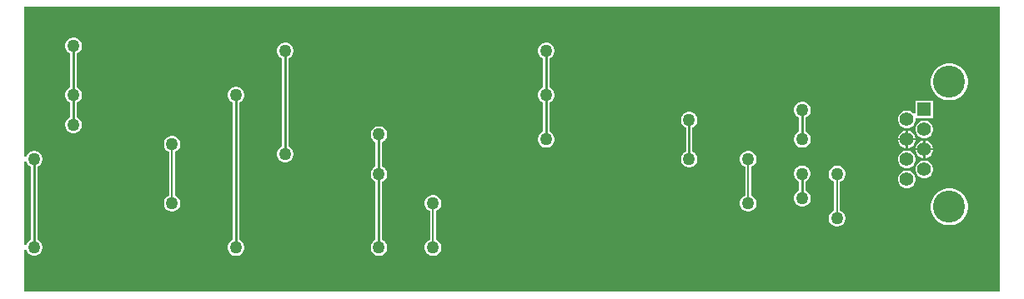
<source format=gbl>
G04*
G04 #@! TF.GenerationSoftware,Altium Limited,Altium Designer,25.2.1 (25)*
G04*
G04 Layer_Physical_Order=2*
G04 Layer_Color=16711680*
%FSLAX45Y45*%
%MOMM*%
G71*
G04*
G04 #@! TF.SameCoordinates,8265950A-D21A-4FE0-9DEA-03CE8DDB5557*
G04*
G04*
G04 #@! TF.FilePolarity,Positive*
G04*
G01*
G75*
%ADD14C,0.25400*%
%ADD23C,3.25000*%
%ADD24R,1.39000X1.39000*%
%ADD25C,1.39000*%
%ADD27C,0.20320*%
%ADD28C,1.27000*%
G36*
X71892Y1367647D02*
X82927Y1348533D01*
X98533Y1332927D01*
X116333Y1322651D01*
Y579200D01*
X99539Y569504D01*
X83933Y553898D01*
X72897Y534784D01*
X70320Y525165D01*
X50000Y527840D01*
Y1370839D01*
X70320Y1373514D01*
X71892Y1367647D01*
D02*
G37*
G36*
X9950000Y50000D02*
X50000D01*
Y477022D01*
X70320Y479697D01*
X72897Y470078D01*
X83933Y450964D01*
X99539Y435358D01*
X118652Y424323D01*
X139970Y418611D01*
X162040D01*
X183359Y424323D01*
X202472Y435358D01*
X218078Y450964D01*
X229113Y470078D01*
X234825Y491396D01*
Y513466D01*
X229113Y534784D01*
X218078Y553898D01*
X202472Y569504D01*
X183667Y580361D01*
Y1322651D01*
X201467Y1332927D01*
X217073Y1348533D01*
X228108Y1367647D01*
X233820Y1388965D01*
Y1411035D01*
X228108Y1432353D01*
X217073Y1451467D01*
X201467Y1467073D01*
X182353Y1478108D01*
X161035Y1483820D01*
X138965D01*
X117647Y1478108D01*
X98533Y1467073D01*
X82927Y1451467D01*
X71892Y1432353D01*
X70320Y1426486D01*
X50000Y1429161D01*
Y2950000D01*
X9950000D01*
Y50000D01*
D02*
G37*
%LPC*%
G36*
X9459806Y2372900D02*
X9422793D01*
X9386492Y2365679D01*
X9352296Y2351515D01*
X9321521Y2330951D01*
X9295348Y2304779D01*
X9274785Y2274004D01*
X9260621Y2239808D01*
X9253400Y2203506D01*
Y2166494D01*
X9260621Y2130192D01*
X9274785Y2095996D01*
X9295348Y2065221D01*
X9321521Y2039049D01*
X9352296Y2018485D01*
X9386492Y2004321D01*
X9422793Y1997100D01*
X9459806D01*
X9496108Y2004321D01*
X9530304Y2018485D01*
X9561079Y2039049D01*
X9587251Y2065221D01*
X9607815Y2095996D01*
X9621979Y2130192D01*
X9629200Y2166494D01*
Y2203506D01*
X9621979Y2239808D01*
X9607815Y2274004D01*
X9587251Y2304779D01*
X9561079Y2330951D01*
X9530304Y2351515D01*
X9496108Y2365679D01*
X9459806Y2372900D01*
D02*
G37*
G36*
X9277120Y1995420D02*
X9097480D01*
Y1870455D01*
X9094711Y1868512D01*
X9077160Y1863365D01*
X9064651Y1875874D01*
X9044169Y1887699D01*
X9021325Y1893820D01*
X8997675D01*
X8974831Y1887699D01*
X8954349Y1875874D01*
X8937626Y1859151D01*
X8925801Y1838669D01*
X8919680Y1815825D01*
Y1792175D01*
X8925801Y1769331D01*
X8937626Y1748849D01*
X8954349Y1732126D01*
X8974831Y1720301D01*
X8997675Y1714180D01*
X9021325D01*
X9044169Y1720301D01*
X9064651Y1732126D01*
X9081374Y1748849D01*
X9093199Y1769331D01*
X9099320Y1792175D01*
X9099320Y1815780D01*
X9115505Y1815780D01*
X9277120D01*
Y1995420D01*
D02*
G37*
G36*
X561035Y2633820D02*
X538965D01*
X517647Y2628108D01*
X498533Y2617073D01*
X482927Y2601467D01*
X471892Y2582353D01*
X466180Y2561035D01*
Y2538965D01*
X471892Y2517647D01*
X482927Y2498533D01*
X498533Y2482927D01*
X516333Y2472651D01*
Y2127349D01*
X498533Y2117073D01*
X482927Y2101467D01*
X471892Y2082353D01*
X466180Y2061035D01*
Y2038965D01*
X471892Y2017647D01*
X482927Y1998533D01*
X498533Y1982927D01*
X516333Y1972651D01*
Y1827349D01*
X498533Y1817073D01*
X482927Y1801467D01*
X471892Y1782353D01*
X466180Y1761035D01*
Y1738965D01*
X471892Y1717647D01*
X482927Y1698533D01*
X498533Y1682927D01*
X517647Y1671892D01*
X538965Y1666180D01*
X561035D01*
X582353Y1671892D01*
X601467Y1682927D01*
X617073Y1698533D01*
X628108Y1717647D01*
X633820Y1738965D01*
Y1761035D01*
X628108Y1782353D01*
X617073Y1801467D01*
X601467Y1817073D01*
X583667Y1827349D01*
Y1972651D01*
X601467Y1982927D01*
X617073Y1998533D01*
X628108Y2017647D01*
X633820Y2038965D01*
Y2061035D01*
X628108Y2082353D01*
X617073Y2101467D01*
X601467Y2117073D01*
X583667Y2127349D01*
Y2472651D01*
X601467Y2482927D01*
X617073Y2498533D01*
X628108Y2517647D01*
X633820Y2538965D01*
Y2561035D01*
X628108Y2582353D01*
X617073Y2601467D01*
X601467Y2617073D01*
X582353Y2628108D01*
X561035Y2633820D01*
D02*
G37*
G36*
X9199125Y1792220D02*
X9175475D01*
X9152631Y1786099D01*
X9132149Y1774274D01*
X9115426Y1757551D01*
X9103601Y1737069D01*
X9097480Y1714225D01*
Y1690575D01*
X9103601Y1667731D01*
X9115426Y1647249D01*
X9132149Y1630526D01*
X9152631Y1618701D01*
X9175475Y1612580D01*
X9199125D01*
X9221969Y1618701D01*
X9242451Y1630526D01*
X9259174Y1647249D01*
X9270999Y1667731D01*
X9277120Y1690575D01*
Y1714225D01*
X9270999Y1737069D01*
X9259174Y1757551D01*
X9242451Y1774274D01*
X9221969Y1786099D01*
X9199125Y1792220D01*
D02*
G37*
G36*
X9021325Y1690620D02*
X9019660D01*
Y1610960D01*
X9099320D01*
Y1612625D01*
X9093199Y1635469D01*
X9081374Y1655951D01*
X9064651Y1672674D01*
X9044169Y1684499D01*
X9021325Y1690620D01*
D02*
G37*
G36*
X8999340D02*
X8997675D01*
X8974831Y1684499D01*
X8954349Y1672674D01*
X8937626Y1655951D01*
X8925801Y1635469D01*
X8919680Y1612625D01*
Y1610960D01*
X8999340D01*
Y1690620D01*
D02*
G37*
G36*
X7961035Y1983820D02*
X7938965D01*
X7917647Y1978108D01*
X7898533Y1967073D01*
X7882927Y1951467D01*
X7871892Y1932353D01*
X7866180Y1911035D01*
Y1888965D01*
X7871892Y1867647D01*
X7882927Y1848533D01*
X7898533Y1832927D01*
X7916333Y1822651D01*
Y1677349D01*
X7898533Y1667073D01*
X7882927Y1651467D01*
X7871892Y1632353D01*
X7866180Y1611035D01*
Y1588965D01*
X7871892Y1567647D01*
X7882927Y1548533D01*
X7898533Y1532927D01*
X7917647Y1521892D01*
X7938965Y1516180D01*
X7961035D01*
X7982353Y1521892D01*
X8001467Y1532927D01*
X8017073Y1548533D01*
X8028108Y1567647D01*
X8033820Y1588965D01*
Y1611035D01*
X8028108Y1632353D01*
X8017073Y1651467D01*
X8001467Y1667073D01*
X7983667Y1677349D01*
Y1822651D01*
X8001467Y1832927D01*
X8017073Y1848533D01*
X8028108Y1867647D01*
X8033820Y1888965D01*
Y1911035D01*
X8028108Y1932353D01*
X8017073Y1951467D01*
X8001467Y1967073D01*
X7982353Y1978108D01*
X7961035Y1983820D01*
D02*
G37*
G36*
X5361035Y2583820D02*
X5338965D01*
X5317647Y2578108D01*
X5298533Y2567073D01*
X5282927Y2551467D01*
X5271892Y2532353D01*
X5266180Y2511035D01*
Y2488965D01*
X5271892Y2467647D01*
X5282927Y2448533D01*
X5298533Y2432927D01*
X5316333Y2422651D01*
Y2127349D01*
X5298533Y2117073D01*
X5282927Y2101467D01*
X5271892Y2082353D01*
X5266180Y2061035D01*
Y2038965D01*
X5271892Y2017647D01*
X5282927Y1998533D01*
X5298533Y1982927D01*
X5316333Y1972651D01*
Y1677349D01*
X5298533Y1667073D01*
X5282927Y1651467D01*
X5271892Y1632353D01*
X5266180Y1611035D01*
Y1588965D01*
X5271892Y1567647D01*
X5282927Y1548533D01*
X5298533Y1532927D01*
X5317647Y1521892D01*
X5338965Y1516180D01*
X5361035D01*
X5382353Y1521892D01*
X5401467Y1532927D01*
X5417073Y1548533D01*
X5428108Y1567647D01*
X5433820Y1588965D01*
Y1611035D01*
X5428108Y1632353D01*
X5417073Y1651467D01*
X5401467Y1667073D01*
X5383667Y1677349D01*
Y1972651D01*
X5401467Y1982927D01*
X5417073Y1998533D01*
X5428108Y2017647D01*
X5433820Y2038965D01*
Y2061035D01*
X5428108Y2082353D01*
X5417073Y2101467D01*
X5401467Y2117073D01*
X5383667Y2127349D01*
Y2422651D01*
X5401467Y2432927D01*
X5417073Y2448533D01*
X5428108Y2467647D01*
X5433820Y2488965D01*
Y2511035D01*
X5428108Y2532353D01*
X5417073Y2551467D01*
X5401467Y2567073D01*
X5382353Y2578108D01*
X5361035Y2583820D01*
D02*
G37*
G36*
X9099320Y1590640D02*
X9019660D01*
Y1510980D01*
X9021325D01*
X9044169Y1517101D01*
X9064651Y1528926D01*
X9081374Y1545649D01*
X9093199Y1566131D01*
X9099320Y1588975D01*
Y1590640D01*
D02*
G37*
G36*
X8999340D02*
X8919680D01*
Y1588975D01*
X8925801Y1566131D01*
X8937626Y1545649D01*
X8954349Y1528926D01*
X8974831Y1517101D01*
X8997675Y1510980D01*
X8999340D01*
Y1590640D01*
D02*
G37*
G36*
X9199125Y1589020D02*
X9197460D01*
Y1509360D01*
X9277120D01*
Y1511025D01*
X9270999Y1533869D01*
X9259174Y1554351D01*
X9242451Y1571074D01*
X9221969Y1582899D01*
X9199125Y1589020D01*
D02*
G37*
G36*
X9177140D02*
X9175475D01*
X9152631Y1582899D01*
X9132149Y1571074D01*
X9115426Y1554351D01*
X9103601Y1533869D01*
X9097480Y1511025D01*
Y1509360D01*
X9177140D01*
Y1589020D01*
D02*
G37*
G36*
X9277120Y1489040D02*
X9197460D01*
Y1409380D01*
X9199125D01*
X9221969Y1415501D01*
X9242451Y1427326D01*
X9259174Y1444049D01*
X9270999Y1464531D01*
X9277120Y1487375D01*
Y1489040D01*
D02*
G37*
G36*
X9177140D02*
X9097480D01*
Y1487375D01*
X9103601Y1464531D01*
X9115426Y1444049D01*
X9132149Y1427326D01*
X9152631Y1415501D01*
X9175475Y1409380D01*
X9177140D01*
Y1489040D01*
D02*
G37*
G36*
X2711035Y2583820D02*
X2688965D01*
X2667647Y2578108D01*
X2648533Y2567073D01*
X2632927Y2551467D01*
X2621892Y2532353D01*
X2616180Y2511035D01*
Y2488965D01*
X2621892Y2467647D01*
X2632927Y2448533D01*
X2648533Y2432927D01*
X2666333Y2422651D01*
Y1527349D01*
X2648533Y1517073D01*
X2632927Y1501467D01*
X2621892Y1482353D01*
X2616180Y1461035D01*
Y1438965D01*
X2621892Y1417647D01*
X2632927Y1398533D01*
X2648533Y1382927D01*
X2667647Y1371892D01*
X2688965Y1366180D01*
X2711035D01*
X2732353Y1371892D01*
X2751467Y1382927D01*
X2767073Y1398533D01*
X2778108Y1417647D01*
X2783820Y1438965D01*
Y1461035D01*
X2778108Y1482353D01*
X2767073Y1501467D01*
X2751467Y1517073D01*
X2733667Y1527349D01*
Y2422651D01*
X2751467Y2432927D01*
X2767073Y2448533D01*
X2778108Y2467647D01*
X2783820Y2488965D01*
Y2511035D01*
X2778108Y2532353D01*
X2767073Y2551467D01*
X2751467Y2567073D01*
X2732353Y2578108D01*
X2711035Y2583820D01*
D02*
G37*
G36*
X6811035Y1883820D02*
X6788965D01*
X6767647Y1878108D01*
X6748533Y1867073D01*
X6732927Y1851467D01*
X6721892Y1832353D01*
X6716180Y1811035D01*
Y1788965D01*
X6721892Y1767647D01*
X6732927Y1748533D01*
X6748533Y1732927D01*
X6766333Y1722651D01*
Y1477349D01*
X6748533Y1467073D01*
X6732927Y1451467D01*
X6721892Y1432353D01*
X6716180Y1411035D01*
Y1388965D01*
X6721892Y1367647D01*
X6732927Y1348533D01*
X6748533Y1332927D01*
X6767647Y1321892D01*
X6788965Y1316180D01*
X6811035D01*
X6832353Y1321892D01*
X6851467Y1332927D01*
X6867073Y1348533D01*
X6878108Y1367647D01*
X6883820Y1388965D01*
Y1411035D01*
X6878108Y1432353D01*
X6867073Y1451467D01*
X6851467Y1467073D01*
X6833667Y1477349D01*
Y1722651D01*
X6851467Y1732927D01*
X6867073Y1748533D01*
X6878108Y1767647D01*
X6883820Y1788965D01*
Y1811035D01*
X6878108Y1832353D01*
X6867073Y1851467D01*
X6851467Y1867073D01*
X6832353Y1878108D01*
X6811035Y1883820D01*
D02*
G37*
G36*
X9021325Y1487420D02*
X8997675D01*
X8974831Y1481299D01*
X8954349Y1469474D01*
X8937626Y1452751D01*
X8925801Y1432269D01*
X8919680Y1409425D01*
Y1385775D01*
X8925801Y1362931D01*
X8937626Y1342449D01*
X8954349Y1325726D01*
X8974831Y1313901D01*
X8997675Y1307780D01*
X9021325D01*
X9044169Y1313901D01*
X9064651Y1325726D01*
X9081374Y1342449D01*
X9093199Y1362931D01*
X9099320Y1385775D01*
Y1409425D01*
X9093199Y1432269D01*
X9081374Y1452751D01*
X9064651Y1469474D01*
X9044169Y1481299D01*
X9021325Y1487420D01*
D02*
G37*
G36*
X9199125Y1385820D02*
X9175475D01*
X9152631Y1379699D01*
X9132149Y1367874D01*
X9115426Y1351151D01*
X9103601Y1330669D01*
X9097480Y1307825D01*
Y1284175D01*
X9103601Y1261331D01*
X9115426Y1240849D01*
X9132149Y1224126D01*
X9152631Y1212301D01*
X9175475Y1206180D01*
X9199125D01*
X9221969Y1212301D01*
X9242451Y1224126D01*
X9259174Y1240849D01*
X9270999Y1261331D01*
X9277120Y1284175D01*
Y1307825D01*
X9270999Y1330669D01*
X9259174Y1351151D01*
X9242451Y1367874D01*
X9221969Y1379699D01*
X9199125Y1385820D01*
D02*
G37*
G36*
X9021325Y1284220D02*
X8997675D01*
X8974831Y1278099D01*
X8954349Y1266274D01*
X8937626Y1249551D01*
X8925801Y1229069D01*
X8919680Y1206225D01*
Y1182575D01*
X8925801Y1159731D01*
X8937626Y1139249D01*
X8954349Y1122526D01*
X8974831Y1110701D01*
X8997675Y1104580D01*
X9021325D01*
X9044169Y1110701D01*
X9064651Y1122526D01*
X9081374Y1139249D01*
X9093199Y1159731D01*
X9099320Y1182575D01*
Y1206225D01*
X9093199Y1229069D01*
X9081374Y1249551D01*
X9064651Y1266274D01*
X9044169Y1278099D01*
X9021325Y1284220D01*
D02*
G37*
G36*
X7959435Y1335420D02*
X7937365D01*
X7916047Y1329708D01*
X7896933Y1318673D01*
X7881327Y1303067D01*
X7870292Y1283953D01*
X7864580Y1262635D01*
Y1240565D01*
X7870292Y1219247D01*
X7881327Y1200133D01*
X7896933Y1184527D01*
X7916047Y1173492D01*
X7916333Y1173415D01*
Y1077349D01*
X7898533Y1067073D01*
X7882927Y1051467D01*
X7871892Y1032353D01*
X7866180Y1011035D01*
Y988965D01*
X7871892Y967647D01*
X7882927Y948533D01*
X7898533Y932927D01*
X7917647Y921892D01*
X7938965Y916180D01*
X7961035D01*
X7982353Y921892D01*
X8001467Y932927D01*
X8017073Y948533D01*
X8028108Y967647D01*
X8033820Y988965D01*
Y1011035D01*
X8028108Y1032353D01*
X8017073Y1051467D01*
X8001467Y1067073D01*
X7983667Y1077349D01*
Y1175174D01*
X7999867Y1184527D01*
X8015473Y1200133D01*
X8026508Y1219247D01*
X8032220Y1240565D01*
Y1262635D01*
X8026508Y1283953D01*
X8015473Y1303067D01*
X7999867Y1318673D01*
X7980753Y1329708D01*
X7959435Y1335420D01*
D02*
G37*
G36*
X7411035Y1483820D02*
X7388965D01*
X7367647Y1478108D01*
X7348533Y1467073D01*
X7332927Y1451467D01*
X7321892Y1432353D01*
X7316180Y1411035D01*
Y1388965D01*
X7321892Y1367647D01*
X7332927Y1348533D01*
X7348533Y1332927D01*
X7367647Y1321892D01*
X7368923Y1321550D01*
Y1028450D01*
X7367647Y1028108D01*
X7348533Y1017073D01*
X7332927Y1001467D01*
X7321892Y982353D01*
X7316180Y961035D01*
Y938965D01*
X7321892Y917647D01*
X7332927Y898533D01*
X7348533Y882927D01*
X7367647Y871892D01*
X7388965Y866180D01*
X7411035D01*
X7432353Y871892D01*
X7451467Y882927D01*
X7467073Y898533D01*
X7478108Y917647D01*
X7483820Y938965D01*
Y961035D01*
X7478108Y982353D01*
X7467073Y1001467D01*
X7451467Y1017073D01*
X7432353Y1028108D01*
X7431077Y1028450D01*
Y1321550D01*
X7432353Y1321892D01*
X7451467Y1332927D01*
X7467073Y1348533D01*
X7478108Y1367647D01*
X7483820Y1388965D01*
Y1411035D01*
X7478108Y1432353D01*
X7467073Y1451467D01*
X7451467Y1467073D01*
X7432353Y1478108D01*
X7411035Y1483820D01*
D02*
G37*
G36*
X1561035Y1633820D02*
X1538965D01*
X1517647Y1628108D01*
X1498533Y1617073D01*
X1482927Y1601467D01*
X1471892Y1582353D01*
X1466180Y1561035D01*
Y1538965D01*
X1471892Y1517647D01*
X1482927Y1498533D01*
X1498533Y1482927D01*
X1517647Y1471892D01*
X1518923Y1471550D01*
Y1028450D01*
X1517647Y1028108D01*
X1498533Y1017073D01*
X1482927Y1001467D01*
X1471892Y982353D01*
X1466180Y961035D01*
Y938965D01*
X1471892Y917647D01*
X1482927Y898533D01*
X1498533Y882927D01*
X1517647Y871892D01*
X1538965Y866180D01*
X1561035D01*
X1582353Y871892D01*
X1601467Y882927D01*
X1617073Y898533D01*
X1628108Y917647D01*
X1633820Y938965D01*
Y961035D01*
X1628108Y982353D01*
X1617073Y1001467D01*
X1601467Y1017073D01*
X1582353Y1028108D01*
X1581077Y1028450D01*
Y1471550D01*
X1582353Y1471892D01*
X1601467Y1482927D01*
X1617073Y1498533D01*
X1628108Y1517647D01*
X1633820Y1538965D01*
Y1561035D01*
X1628108Y1582353D01*
X1617073Y1601467D01*
X1601467Y1617073D01*
X1582353Y1628108D01*
X1561035Y1633820D01*
D02*
G37*
G36*
X9459806Y1102900D02*
X9422793D01*
X9386492Y1095679D01*
X9352296Y1081515D01*
X9321521Y1060951D01*
X9295348Y1034779D01*
X9274785Y1004004D01*
X9260621Y969808D01*
X9253400Y933506D01*
Y896494D01*
X9260621Y860192D01*
X9274785Y825996D01*
X9295348Y795221D01*
X9321521Y769048D01*
X9352296Y748485D01*
X9386492Y734321D01*
X9422793Y727100D01*
X9459806D01*
X9496108Y734321D01*
X9530304Y748485D01*
X9561079Y769048D01*
X9587251Y795221D01*
X9607815Y825996D01*
X9621979Y860192D01*
X9629200Y896494D01*
Y933506D01*
X9621979Y969808D01*
X9607815Y1004004D01*
X9587251Y1034779D01*
X9561079Y1060951D01*
X9530304Y1081515D01*
X9496108Y1095679D01*
X9459806Y1102900D01*
D02*
G37*
G36*
X8311035Y1333820D02*
X8288965D01*
X8267647Y1328108D01*
X8248533Y1317073D01*
X8232927Y1301467D01*
X8221892Y1282353D01*
X8216180Y1261035D01*
Y1238965D01*
X8221892Y1217647D01*
X8232927Y1198533D01*
X8248533Y1182927D01*
X8267647Y1171892D01*
X8268923Y1171550D01*
Y878450D01*
X8267647Y878108D01*
X8248533Y867073D01*
X8232927Y851467D01*
X8221892Y832353D01*
X8216180Y811035D01*
Y788965D01*
X8221892Y767647D01*
X8232927Y748533D01*
X8248533Y732927D01*
X8267647Y721892D01*
X8288965Y716180D01*
X8311035D01*
X8332353Y721892D01*
X8351467Y732927D01*
X8367073Y748533D01*
X8378108Y767647D01*
X8383820Y788965D01*
Y811035D01*
X8378108Y832353D01*
X8367073Y851467D01*
X8351467Y867073D01*
X8332353Y878108D01*
X8331077Y878450D01*
Y1171550D01*
X8332353Y1171892D01*
X8351467Y1182927D01*
X8367073Y1198533D01*
X8378108Y1217647D01*
X8383820Y1238965D01*
Y1261035D01*
X8378108Y1282353D01*
X8367073Y1301467D01*
X8351467Y1317073D01*
X8332353Y1328108D01*
X8311035Y1333820D01*
D02*
G37*
G36*
X4211035Y1033820D02*
X4188965D01*
X4167647Y1028108D01*
X4148533Y1017073D01*
X4132927Y1001467D01*
X4121892Y982353D01*
X4116180Y961035D01*
Y938965D01*
X4121892Y917647D01*
X4132927Y898533D01*
X4148533Y882927D01*
X4167647Y871892D01*
X4168923Y871550D01*
Y578450D01*
X4167647Y578108D01*
X4148533Y567073D01*
X4132927Y551467D01*
X4121892Y532353D01*
X4116180Y511035D01*
Y488965D01*
X4121892Y467647D01*
X4132927Y448533D01*
X4148533Y432927D01*
X4167647Y421892D01*
X4188965Y416180D01*
X4211035D01*
X4232353Y421892D01*
X4251467Y432927D01*
X4267073Y448533D01*
X4278108Y467647D01*
X4283820Y488965D01*
Y511035D01*
X4278108Y532353D01*
X4267073Y551467D01*
X4251467Y567073D01*
X4232353Y578108D01*
X4231077Y578450D01*
Y871550D01*
X4232353Y871892D01*
X4251467Y882927D01*
X4267073Y898533D01*
X4278108Y917647D01*
X4283820Y938965D01*
Y961035D01*
X4278108Y982353D01*
X4267073Y1001467D01*
X4251467Y1017073D01*
X4232353Y1028108D01*
X4211035Y1033820D01*
D02*
G37*
G36*
X3661035Y1733820D02*
X3638965D01*
X3617647Y1728108D01*
X3598533Y1717073D01*
X3582927Y1701467D01*
X3571892Y1682353D01*
X3566180Y1661035D01*
Y1638965D01*
X3571892Y1617647D01*
X3582927Y1598533D01*
X3598533Y1582927D01*
X3616333Y1572651D01*
Y1327349D01*
X3598533Y1317073D01*
X3582927Y1301467D01*
X3571892Y1282353D01*
X3566180Y1261035D01*
Y1238965D01*
X3571892Y1217647D01*
X3582927Y1198533D01*
X3598533Y1182927D01*
X3616333Y1172651D01*
Y577349D01*
X3598533Y567073D01*
X3582927Y551467D01*
X3571892Y532353D01*
X3566180Y511035D01*
Y488965D01*
X3571892Y467647D01*
X3582927Y448533D01*
X3598533Y432927D01*
X3617647Y421892D01*
X3638965Y416180D01*
X3661035D01*
X3682353Y421892D01*
X3701467Y432927D01*
X3717073Y448533D01*
X3728108Y467647D01*
X3733820Y488965D01*
Y511035D01*
X3728108Y532353D01*
X3717073Y551467D01*
X3701467Y567073D01*
X3683667Y577349D01*
Y1172651D01*
X3701467Y1182927D01*
X3717073Y1198533D01*
X3728108Y1217647D01*
X3733820Y1238965D01*
Y1261035D01*
X3728108Y1282353D01*
X3717073Y1301467D01*
X3701467Y1317073D01*
X3683667Y1327349D01*
Y1572651D01*
X3701467Y1582927D01*
X3717073Y1598533D01*
X3728108Y1617647D01*
X3733820Y1638965D01*
Y1661035D01*
X3728108Y1682353D01*
X3717073Y1701467D01*
X3701467Y1717073D01*
X3682353Y1728108D01*
X3661035Y1733820D01*
D02*
G37*
G36*
X2211035Y2133820D02*
X2188965D01*
X2167647Y2128108D01*
X2148533Y2117073D01*
X2132927Y2101467D01*
X2121892Y2082353D01*
X2116180Y2061035D01*
Y2038965D01*
X2121892Y2017647D01*
X2132927Y1998533D01*
X2148533Y1982927D01*
X2166333Y1972651D01*
Y577349D01*
X2148533Y567073D01*
X2132927Y551467D01*
X2121892Y532353D01*
X2116180Y511035D01*
Y488965D01*
X2121892Y467647D01*
X2132927Y448533D01*
X2148533Y432927D01*
X2167647Y421892D01*
X2188965Y416180D01*
X2211035D01*
X2232353Y421892D01*
X2251467Y432927D01*
X2267073Y448533D01*
X2278108Y467647D01*
X2283820Y488965D01*
Y511035D01*
X2278108Y532353D01*
X2267073Y551467D01*
X2251467Y567073D01*
X2233667Y577349D01*
Y1972651D01*
X2251467Y1982927D01*
X2267073Y1998533D01*
X2278108Y2017647D01*
X2283820Y2038965D01*
Y2061035D01*
X2278108Y2082353D01*
X2267073Y2101467D01*
X2251467Y2117073D01*
X2232353Y2128108D01*
X2211035Y2133820D01*
D02*
G37*
%LPD*%
D14*
X3650000Y1250000D02*
Y1650000D01*
Y500000D02*
Y1250000D01*
X550000Y2050000D02*
Y2550000D01*
Y1750000D02*
Y2050000D01*
X7950000Y1000000D02*
Y1250000D01*
X7948400Y1251600D02*
X7950000Y1250000D01*
Y1600000D02*
Y1900000D01*
X6800000Y1400000D02*
Y1800000D01*
X5350000Y1600000D02*
Y2050000D01*
Y2500000D01*
X2700000Y1450000D02*
Y2500000D01*
X2200000Y500000D02*
Y2050000D01*
X150000Y501426D02*
X151005Y502431D01*
X150000Y501426D02*
Y1400000D01*
D23*
X9441300Y915000D02*
D03*
Y2185000D02*
D03*
D24*
X9187300Y1905600D02*
D03*
D25*
X9009500Y1804000D02*
D03*
X9187300Y1702400D02*
D03*
X9009500Y1600800D02*
D03*
X9187300Y1499200D02*
D03*
X9009500Y1397600D02*
D03*
X9187300Y1296000D02*
D03*
X9009500Y1194400D02*
D03*
D27*
X8300000Y800000D02*
Y1250000D01*
X7400000Y950000D02*
Y1400000D01*
X4200000Y500000D02*
Y950000D01*
X1550000D02*
Y1550000D01*
D28*
X3650000Y500000D02*
D03*
Y1650000D02*
D03*
Y1250000D02*
D03*
X8300000Y1600000D02*
D03*
X4200000Y2500000D02*
D03*
X1800000Y2350000D02*
D03*
X550000Y2550000D02*
D03*
Y2050000D02*
D03*
Y1750000D02*
D03*
X1300000Y1450000D02*
D03*
X550000Y1200000D02*
D03*
Y1500000D02*
D03*
X8300000Y1250000D02*
D03*
Y800000D02*
D03*
X7400000Y1400000D02*
D03*
Y950000D02*
D03*
X4200000Y500000D02*
D03*
Y950000D02*
D03*
X1550000D02*
D03*
Y1550000D02*
D03*
X7950000Y1000000D02*
D03*
X7948400Y1251600D02*
D03*
X7950000Y1900000D02*
D03*
Y1600000D02*
D03*
X6800000Y1800000D02*
D03*
Y1400000D02*
D03*
X5350000Y1600000D02*
D03*
Y2500000D02*
D03*
Y2050000D02*
D03*
X2700000Y2500000D02*
D03*
Y1450000D02*
D03*
X2200000Y2050000D02*
D03*
Y500000D02*
D03*
X151005Y502431D02*
D03*
X150000Y1400000D02*
D03*
M02*

</source>
